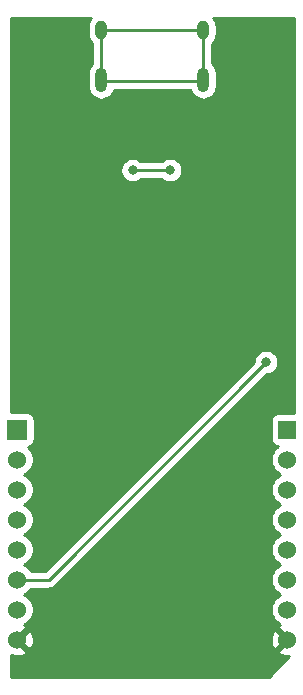
<source format=gbr>
G04 #@! TF.GenerationSoftware,KiCad,Pcbnew,(5.1.9-0-10_14)*
G04 #@! TF.CreationDate,2021-03-02T20:08:02+08:00*
G04 #@! TF.ProjectId,mikroBUS-L,6d696b72-6f42-4555-932d-4c2e6b696361,rev?*
G04 #@! TF.SameCoordinates,Original*
G04 #@! TF.FileFunction,Copper,L2,Bot*
G04 #@! TF.FilePolarity,Positive*
%FSLAX46Y46*%
G04 Gerber Fmt 4.6, Leading zero omitted, Abs format (unit mm)*
G04 Created by KiCad (PCBNEW (5.1.9-0-10_14)) date 2021-03-02 20:08:02*
%MOMM*%
%LPD*%
G01*
G04 APERTURE LIST*
G04 #@! TA.AperFunction,ComponentPad*
%ADD10O,1.000000X2.100000*%
G04 #@! TD*
G04 #@! TA.AperFunction,ComponentPad*
%ADD11O,1.000000X1.600000*%
G04 #@! TD*
G04 #@! TA.AperFunction,ComponentPad*
%ADD12R,1.676400X1.676400*%
G04 #@! TD*
G04 #@! TA.AperFunction,ComponentPad*
%ADD13C,1.524000*%
G04 #@! TD*
G04 #@! TA.AperFunction,ComponentPad*
%ADD14R,1.524000X1.524000*%
G04 #@! TD*
G04 #@! TA.AperFunction,ViaPad*
%ADD15C,0.800000*%
G04 #@! TD*
G04 #@! TA.AperFunction,Conductor*
%ADD16C,0.250000*%
G04 #@! TD*
G04 #@! TA.AperFunction,Conductor*
%ADD17C,0.254000*%
G04 #@! TD*
G04 #@! TA.AperFunction,Conductor*
%ADD18C,0.100000*%
G04 #@! TD*
G04 APERTURE END LIST*
D10*
X153160000Y-67392000D03*
X161800000Y-67392000D03*
D11*
X161800000Y-63212000D03*
X153160000Y-63212000D03*
D12*
X146050000Y-97028000D03*
D13*
X146050000Y-99568000D03*
X146050000Y-102108000D03*
X146050000Y-104648000D03*
X146050000Y-107188000D03*
X146050000Y-109728000D03*
X146050000Y-112268000D03*
X146050000Y-114808000D03*
X168910000Y-114808000D03*
X168910000Y-112268000D03*
X168910000Y-109728000D03*
X168910000Y-107188000D03*
X168910000Y-104648000D03*
X168910000Y-102108000D03*
X168910000Y-99568000D03*
D14*
X168910000Y-97028000D03*
D15*
X160147000Y-79121000D03*
X160147000Y-86995000D03*
X161417000Y-69596000D03*
X155829000Y-75057000D03*
X159004004Y-75057000D03*
X167132000Y-91313000D03*
D16*
X153160000Y-63212000D02*
X153160000Y-67392000D01*
X153160000Y-63212000D02*
X161800000Y-63212000D01*
X161800000Y-63212000D02*
X161800000Y-67392000D01*
X161679999Y-67512001D02*
X161800000Y-67392000D01*
X153280001Y-67512001D02*
X161679999Y-67512001D01*
X153160000Y-67392000D02*
X153280001Y-67512001D01*
X155829000Y-75057000D02*
X159004004Y-75057000D01*
X148717000Y-109728000D02*
X167132000Y-91313000D01*
X146050000Y-109728000D02*
X148717000Y-109728000D01*
D17*
X152211717Y-62278377D02*
X152106324Y-62475553D01*
X152041423Y-62689501D01*
X152025000Y-62856248D01*
X152025000Y-63567751D01*
X152041423Y-63734498D01*
X152106324Y-63948446D01*
X152211716Y-64145623D01*
X152353551Y-64318449D01*
X152400000Y-64356569D01*
X152400001Y-65997431D01*
X152353552Y-66035551D01*
X152211717Y-66208377D01*
X152106324Y-66405553D01*
X152041423Y-66619501D01*
X152025000Y-66786248D01*
X152025000Y-67997751D01*
X152041423Y-68164498D01*
X152106324Y-68378446D01*
X152211716Y-68575623D01*
X152353551Y-68748449D01*
X152526377Y-68890284D01*
X152723553Y-68995676D01*
X152937501Y-69060577D01*
X153160000Y-69082491D01*
X153382498Y-69060577D01*
X153596446Y-68995676D01*
X153793623Y-68890284D01*
X153966449Y-68748449D01*
X154108284Y-68575623D01*
X154213676Y-68378447D01*
X154245966Y-68272001D01*
X160714034Y-68272001D01*
X160746324Y-68378446D01*
X160851716Y-68575623D01*
X160993551Y-68748449D01*
X161166377Y-68890284D01*
X161363553Y-68995676D01*
X161577501Y-69060577D01*
X161800000Y-69082491D01*
X162022498Y-69060577D01*
X162236446Y-68995676D01*
X162433623Y-68890284D01*
X162606449Y-68748449D01*
X162748284Y-68575623D01*
X162853676Y-68378447D01*
X162918577Y-68164499D01*
X162935000Y-67997752D01*
X162935000Y-66786248D01*
X162918577Y-66619501D01*
X162853676Y-66405553D01*
X162748284Y-66208377D01*
X162606449Y-66035551D01*
X162560000Y-65997431D01*
X162560000Y-64356569D01*
X162606449Y-64318449D01*
X162748284Y-64145623D01*
X162853676Y-63948447D01*
X162918577Y-63734499D01*
X162935000Y-63567752D01*
X162935000Y-62856249D01*
X162918577Y-62689502D01*
X162853676Y-62475554D01*
X162748284Y-62278377D01*
X162665907Y-62178000D01*
X169470001Y-62178000D01*
X169470000Y-95627928D01*
X168148000Y-95627928D01*
X168023518Y-95640188D01*
X167903820Y-95676498D01*
X167793506Y-95735463D01*
X167696815Y-95814815D01*
X167617463Y-95911506D01*
X167558498Y-96021820D01*
X167522188Y-96141518D01*
X167509928Y-96266000D01*
X167509928Y-97790000D01*
X167522188Y-97914482D01*
X167558498Y-98034180D01*
X167617463Y-98144494D01*
X167696815Y-98241185D01*
X167793506Y-98320537D01*
X167903820Y-98379502D01*
X168023518Y-98415812D01*
X168107465Y-98424080D01*
X168019465Y-98482880D01*
X167824880Y-98677465D01*
X167671995Y-98906273D01*
X167566686Y-99160510D01*
X167513000Y-99430408D01*
X167513000Y-99705592D01*
X167566686Y-99975490D01*
X167671995Y-100229727D01*
X167824880Y-100458535D01*
X168019465Y-100653120D01*
X168248273Y-100806005D01*
X168325515Y-100838000D01*
X168248273Y-100869995D01*
X168019465Y-101022880D01*
X167824880Y-101217465D01*
X167671995Y-101446273D01*
X167566686Y-101700510D01*
X167513000Y-101970408D01*
X167513000Y-102245592D01*
X167566686Y-102515490D01*
X167671995Y-102769727D01*
X167824880Y-102998535D01*
X168019465Y-103193120D01*
X168248273Y-103346005D01*
X168325515Y-103378000D01*
X168248273Y-103409995D01*
X168019465Y-103562880D01*
X167824880Y-103757465D01*
X167671995Y-103986273D01*
X167566686Y-104240510D01*
X167513000Y-104510408D01*
X167513000Y-104785592D01*
X167566686Y-105055490D01*
X167671995Y-105309727D01*
X167824880Y-105538535D01*
X168019465Y-105733120D01*
X168248273Y-105886005D01*
X168325515Y-105918000D01*
X168248273Y-105949995D01*
X168019465Y-106102880D01*
X167824880Y-106297465D01*
X167671995Y-106526273D01*
X167566686Y-106780510D01*
X167513000Y-107050408D01*
X167513000Y-107325592D01*
X167566686Y-107595490D01*
X167671995Y-107849727D01*
X167824880Y-108078535D01*
X168019465Y-108273120D01*
X168248273Y-108426005D01*
X168325515Y-108458000D01*
X168248273Y-108489995D01*
X168019465Y-108642880D01*
X167824880Y-108837465D01*
X167671995Y-109066273D01*
X167566686Y-109320510D01*
X167513000Y-109590408D01*
X167513000Y-109865592D01*
X167566686Y-110135490D01*
X167671995Y-110389727D01*
X167824880Y-110618535D01*
X168019465Y-110813120D01*
X168248273Y-110966005D01*
X168325515Y-110998000D01*
X168248273Y-111029995D01*
X168019465Y-111182880D01*
X167824880Y-111377465D01*
X167671995Y-111606273D01*
X167566686Y-111860510D01*
X167513000Y-112130408D01*
X167513000Y-112405592D01*
X167566686Y-112675490D01*
X167671995Y-112929727D01*
X167824880Y-113158535D01*
X168019465Y-113353120D01*
X168248273Y-113506005D01*
X168319943Y-113535692D01*
X168306977Y-113540364D01*
X168191020Y-113602344D01*
X168124040Y-113842435D01*
X168910000Y-114628395D01*
X168924143Y-114614253D01*
X169103748Y-114793858D01*
X169089605Y-114808000D01*
X169103748Y-114822143D01*
X168924143Y-115001748D01*
X168910000Y-114987605D01*
X168124040Y-115773565D01*
X168191020Y-116013656D01*
X168440048Y-116130756D01*
X168707135Y-116197023D01*
X168982017Y-116209910D01*
X169072714Y-116196249D01*
X167340762Y-117971500D01*
X145490000Y-117971500D01*
X145490000Y-116088413D01*
X145580048Y-116130756D01*
X145847135Y-116197023D01*
X146122017Y-116209910D01*
X146394133Y-116168922D01*
X146653023Y-116075636D01*
X146768980Y-116013656D01*
X146835960Y-115773565D01*
X146050000Y-114987605D01*
X146035858Y-115001748D01*
X145856253Y-114822143D01*
X145870395Y-114808000D01*
X146229605Y-114808000D01*
X147015565Y-115593960D01*
X147255656Y-115526980D01*
X147372756Y-115277952D01*
X147439023Y-115010865D01*
X147445157Y-114880017D01*
X167508090Y-114880017D01*
X167549078Y-115152133D01*
X167642364Y-115411023D01*
X167704344Y-115526980D01*
X167944435Y-115593960D01*
X168730395Y-114808000D01*
X167944435Y-114022040D01*
X167704344Y-114089020D01*
X167587244Y-114338048D01*
X167520977Y-114605135D01*
X167508090Y-114880017D01*
X147445157Y-114880017D01*
X147451910Y-114735983D01*
X147410922Y-114463867D01*
X147317636Y-114204977D01*
X147255656Y-114089020D01*
X147015565Y-114022040D01*
X146229605Y-114808000D01*
X145870395Y-114808000D01*
X145856253Y-114793858D01*
X146035858Y-114614253D01*
X146050000Y-114628395D01*
X146835960Y-113842435D01*
X146768980Y-113602344D01*
X146633240Y-113538515D01*
X146711727Y-113506005D01*
X146940535Y-113353120D01*
X147135120Y-113158535D01*
X147288005Y-112929727D01*
X147393314Y-112675490D01*
X147447000Y-112405592D01*
X147447000Y-112130408D01*
X147393314Y-111860510D01*
X147288005Y-111606273D01*
X147135120Y-111377465D01*
X146940535Y-111182880D01*
X146711727Y-111029995D01*
X146634485Y-110998000D01*
X146711727Y-110966005D01*
X146940535Y-110813120D01*
X147135120Y-110618535D01*
X147222341Y-110488000D01*
X148679678Y-110488000D01*
X148717000Y-110491676D01*
X148754322Y-110488000D01*
X148754333Y-110488000D01*
X148865986Y-110477003D01*
X149009247Y-110433546D01*
X149141276Y-110362974D01*
X149257001Y-110268001D01*
X149280804Y-110238997D01*
X167171802Y-92348000D01*
X167233939Y-92348000D01*
X167433898Y-92308226D01*
X167622256Y-92230205D01*
X167791774Y-92116937D01*
X167935937Y-91972774D01*
X168049205Y-91803256D01*
X168127226Y-91614898D01*
X168167000Y-91414939D01*
X168167000Y-91211061D01*
X168127226Y-91011102D01*
X168049205Y-90822744D01*
X167935937Y-90653226D01*
X167791774Y-90509063D01*
X167622256Y-90395795D01*
X167433898Y-90317774D01*
X167233939Y-90278000D01*
X167030061Y-90278000D01*
X166830102Y-90317774D01*
X166641744Y-90395795D01*
X166472226Y-90509063D01*
X166328063Y-90653226D01*
X166214795Y-90822744D01*
X166136774Y-91011102D01*
X166097000Y-91211061D01*
X166097000Y-91273198D01*
X148402199Y-108968000D01*
X147222341Y-108968000D01*
X147135120Y-108837465D01*
X146940535Y-108642880D01*
X146711727Y-108489995D01*
X146634485Y-108458000D01*
X146711727Y-108426005D01*
X146940535Y-108273120D01*
X147135120Y-108078535D01*
X147288005Y-107849727D01*
X147393314Y-107595490D01*
X147447000Y-107325592D01*
X147447000Y-107050408D01*
X147393314Y-106780510D01*
X147288005Y-106526273D01*
X147135120Y-106297465D01*
X146940535Y-106102880D01*
X146711727Y-105949995D01*
X146634485Y-105918000D01*
X146711727Y-105886005D01*
X146940535Y-105733120D01*
X147135120Y-105538535D01*
X147288005Y-105309727D01*
X147393314Y-105055490D01*
X147447000Y-104785592D01*
X147447000Y-104510408D01*
X147393314Y-104240510D01*
X147288005Y-103986273D01*
X147135120Y-103757465D01*
X146940535Y-103562880D01*
X146711727Y-103409995D01*
X146634485Y-103378000D01*
X146711727Y-103346005D01*
X146940535Y-103193120D01*
X147135120Y-102998535D01*
X147288005Y-102769727D01*
X147393314Y-102515490D01*
X147447000Y-102245592D01*
X147447000Y-101970408D01*
X147393314Y-101700510D01*
X147288005Y-101446273D01*
X147135120Y-101217465D01*
X146940535Y-101022880D01*
X146711727Y-100869995D01*
X146634485Y-100838000D01*
X146711727Y-100806005D01*
X146940535Y-100653120D01*
X147135120Y-100458535D01*
X147288005Y-100229727D01*
X147393314Y-99975490D01*
X147447000Y-99705592D01*
X147447000Y-99430408D01*
X147393314Y-99160510D01*
X147288005Y-98906273D01*
X147135120Y-98677465D01*
X146955317Y-98497662D01*
X147012682Y-98492012D01*
X147132380Y-98455702D01*
X147242694Y-98396737D01*
X147339385Y-98317385D01*
X147418737Y-98220694D01*
X147477702Y-98110380D01*
X147514012Y-97990682D01*
X147526272Y-97866200D01*
X147526272Y-96189800D01*
X147514012Y-96065318D01*
X147477702Y-95945620D01*
X147418737Y-95835306D01*
X147339385Y-95738615D01*
X147242694Y-95659263D01*
X147132380Y-95600298D01*
X147012682Y-95563988D01*
X146888200Y-95551728D01*
X145490000Y-95551728D01*
X145490000Y-74955061D01*
X154794000Y-74955061D01*
X154794000Y-75158939D01*
X154833774Y-75358898D01*
X154911795Y-75547256D01*
X155025063Y-75716774D01*
X155169226Y-75860937D01*
X155338744Y-75974205D01*
X155527102Y-76052226D01*
X155727061Y-76092000D01*
X155930939Y-76092000D01*
X156130898Y-76052226D01*
X156319256Y-75974205D01*
X156488774Y-75860937D01*
X156532711Y-75817000D01*
X158300293Y-75817000D01*
X158344230Y-75860937D01*
X158513748Y-75974205D01*
X158702106Y-76052226D01*
X158902065Y-76092000D01*
X159105943Y-76092000D01*
X159305902Y-76052226D01*
X159494260Y-75974205D01*
X159663778Y-75860937D01*
X159807941Y-75716774D01*
X159921209Y-75547256D01*
X159999230Y-75358898D01*
X160039004Y-75158939D01*
X160039004Y-74955061D01*
X159999230Y-74755102D01*
X159921209Y-74566744D01*
X159807941Y-74397226D01*
X159663778Y-74253063D01*
X159494260Y-74139795D01*
X159305902Y-74061774D01*
X159105943Y-74022000D01*
X158902065Y-74022000D01*
X158702106Y-74061774D01*
X158513748Y-74139795D01*
X158344230Y-74253063D01*
X158300293Y-74297000D01*
X156532711Y-74297000D01*
X156488774Y-74253063D01*
X156319256Y-74139795D01*
X156130898Y-74061774D01*
X155930939Y-74022000D01*
X155727061Y-74022000D01*
X155527102Y-74061774D01*
X155338744Y-74139795D01*
X155169226Y-74253063D01*
X155025063Y-74397226D01*
X154911795Y-74566744D01*
X154833774Y-74755102D01*
X154794000Y-74955061D01*
X145490000Y-74955061D01*
X145490000Y-62178000D01*
X152294094Y-62178000D01*
X152211717Y-62278377D01*
G04 #@! TA.AperFunction,Conductor*
D18*
G36*
X152211717Y-62278377D02*
G01*
X152106324Y-62475553D01*
X152041423Y-62689501D01*
X152025000Y-62856248D01*
X152025000Y-63567751D01*
X152041423Y-63734498D01*
X152106324Y-63948446D01*
X152211716Y-64145623D01*
X152353551Y-64318449D01*
X152400000Y-64356569D01*
X152400001Y-65997431D01*
X152353552Y-66035551D01*
X152211717Y-66208377D01*
X152106324Y-66405553D01*
X152041423Y-66619501D01*
X152025000Y-66786248D01*
X152025000Y-67997751D01*
X152041423Y-68164498D01*
X152106324Y-68378446D01*
X152211716Y-68575623D01*
X152353551Y-68748449D01*
X152526377Y-68890284D01*
X152723553Y-68995676D01*
X152937501Y-69060577D01*
X153160000Y-69082491D01*
X153382498Y-69060577D01*
X153596446Y-68995676D01*
X153793623Y-68890284D01*
X153966449Y-68748449D01*
X154108284Y-68575623D01*
X154213676Y-68378447D01*
X154245966Y-68272001D01*
X160714034Y-68272001D01*
X160746324Y-68378446D01*
X160851716Y-68575623D01*
X160993551Y-68748449D01*
X161166377Y-68890284D01*
X161363553Y-68995676D01*
X161577501Y-69060577D01*
X161800000Y-69082491D01*
X162022498Y-69060577D01*
X162236446Y-68995676D01*
X162433623Y-68890284D01*
X162606449Y-68748449D01*
X162748284Y-68575623D01*
X162853676Y-68378447D01*
X162918577Y-68164499D01*
X162935000Y-67997752D01*
X162935000Y-66786248D01*
X162918577Y-66619501D01*
X162853676Y-66405553D01*
X162748284Y-66208377D01*
X162606449Y-66035551D01*
X162560000Y-65997431D01*
X162560000Y-64356569D01*
X162606449Y-64318449D01*
X162748284Y-64145623D01*
X162853676Y-63948447D01*
X162918577Y-63734499D01*
X162935000Y-63567752D01*
X162935000Y-62856249D01*
X162918577Y-62689502D01*
X162853676Y-62475554D01*
X162748284Y-62278377D01*
X162665907Y-62178000D01*
X169470001Y-62178000D01*
X169470000Y-95627928D01*
X168148000Y-95627928D01*
X168023518Y-95640188D01*
X167903820Y-95676498D01*
X167793506Y-95735463D01*
X167696815Y-95814815D01*
X167617463Y-95911506D01*
X167558498Y-96021820D01*
X167522188Y-96141518D01*
X167509928Y-96266000D01*
X167509928Y-97790000D01*
X167522188Y-97914482D01*
X167558498Y-98034180D01*
X167617463Y-98144494D01*
X167696815Y-98241185D01*
X167793506Y-98320537D01*
X167903820Y-98379502D01*
X168023518Y-98415812D01*
X168107465Y-98424080D01*
X168019465Y-98482880D01*
X167824880Y-98677465D01*
X167671995Y-98906273D01*
X167566686Y-99160510D01*
X167513000Y-99430408D01*
X167513000Y-99705592D01*
X167566686Y-99975490D01*
X167671995Y-100229727D01*
X167824880Y-100458535D01*
X168019465Y-100653120D01*
X168248273Y-100806005D01*
X168325515Y-100838000D01*
X168248273Y-100869995D01*
X168019465Y-101022880D01*
X167824880Y-101217465D01*
X167671995Y-101446273D01*
X167566686Y-101700510D01*
X167513000Y-101970408D01*
X167513000Y-102245592D01*
X167566686Y-102515490D01*
X167671995Y-102769727D01*
X167824880Y-102998535D01*
X168019465Y-103193120D01*
X168248273Y-103346005D01*
X168325515Y-103378000D01*
X168248273Y-103409995D01*
X168019465Y-103562880D01*
X167824880Y-103757465D01*
X167671995Y-103986273D01*
X167566686Y-104240510D01*
X167513000Y-104510408D01*
X167513000Y-104785592D01*
X167566686Y-105055490D01*
X167671995Y-105309727D01*
X167824880Y-105538535D01*
X168019465Y-105733120D01*
X168248273Y-105886005D01*
X168325515Y-105918000D01*
X168248273Y-105949995D01*
X168019465Y-106102880D01*
X167824880Y-106297465D01*
X167671995Y-106526273D01*
X167566686Y-106780510D01*
X167513000Y-107050408D01*
X167513000Y-107325592D01*
X167566686Y-107595490D01*
X167671995Y-107849727D01*
X167824880Y-108078535D01*
X168019465Y-108273120D01*
X168248273Y-108426005D01*
X168325515Y-108458000D01*
X168248273Y-108489995D01*
X168019465Y-108642880D01*
X167824880Y-108837465D01*
X167671995Y-109066273D01*
X167566686Y-109320510D01*
X167513000Y-109590408D01*
X167513000Y-109865592D01*
X167566686Y-110135490D01*
X167671995Y-110389727D01*
X167824880Y-110618535D01*
X168019465Y-110813120D01*
X168248273Y-110966005D01*
X168325515Y-110998000D01*
X168248273Y-111029995D01*
X168019465Y-111182880D01*
X167824880Y-111377465D01*
X167671995Y-111606273D01*
X167566686Y-111860510D01*
X167513000Y-112130408D01*
X167513000Y-112405592D01*
X167566686Y-112675490D01*
X167671995Y-112929727D01*
X167824880Y-113158535D01*
X168019465Y-113353120D01*
X168248273Y-113506005D01*
X168319943Y-113535692D01*
X168306977Y-113540364D01*
X168191020Y-113602344D01*
X168124040Y-113842435D01*
X168910000Y-114628395D01*
X168924143Y-114614253D01*
X169103748Y-114793858D01*
X169089605Y-114808000D01*
X169103748Y-114822143D01*
X168924143Y-115001748D01*
X168910000Y-114987605D01*
X168124040Y-115773565D01*
X168191020Y-116013656D01*
X168440048Y-116130756D01*
X168707135Y-116197023D01*
X168982017Y-116209910D01*
X169072714Y-116196249D01*
X167340762Y-117971500D01*
X145490000Y-117971500D01*
X145490000Y-116088413D01*
X145580048Y-116130756D01*
X145847135Y-116197023D01*
X146122017Y-116209910D01*
X146394133Y-116168922D01*
X146653023Y-116075636D01*
X146768980Y-116013656D01*
X146835960Y-115773565D01*
X146050000Y-114987605D01*
X146035858Y-115001748D01*
X145856253Y-114822143D01*
X145870395Y-114808000D01*
X146229605Y-114808000D01*
X147015565Y-115593960D01*
X147255656Y-115526980D01*
X147372756Y-115277952D01*
X147439023Y-115010865D01*
X147445157Y-114880017D01*
X167508090Y-114880017D01*
X167549078Y-115152133D01*
X167642364Y-115411023D01*
X167704344Y-115526980D01*
X167944435Y-115593960D01*
X168730395Y-114808000D01*
X167944435Y-114022040D01*
X167704344Y-114089020D01*
X167587244Y-114338048D01*
X167520977Y-114605135D01*
X167508090Y-114880017D01*
X147445157Y-114880017D01*
X147451910Y-114735983D01*
X147410922Y-114463867D01*
X147317636Y-114204977D01*
X147255656Y-114089020D01*
X147015565Y-114022040D01*
X146229605Y-114808000D01*
X145870395Y-114808000D01*
X145856253Y-114793858D01*
X146035858Y-114614253D01*
X146050000Y-114628395D01*
X146835960Y-113842435D01*
X146768980Y-113602344D01*
X146633240Y-113538515D01*
X146711727Y-113506005D01*
X146940535Y-113353120D01*
X147135120Y-113158535D01*
X147288005Y-112929727D01*
X147393314Y-112675490D01*
X147447000Y-112405592D01*
X147447000Y-112130408D01*
X147393314Y-111860510D01*
X147288005Y-111606273D01*
X147135120Y-111377465D01*
X146940535Y-111182880D01*
X146711727Y-111029995D01*
X146634485Y-110998000D01*
X146711727Y-110966005D01*
X146940535Y-110813120D01*
X147135120Y-110618535D01*
X147222341Y-110488000D01*
X148679678Y-110488000D01*
X148717000Y-110491676D01*
X148754322Y-110488000D01*
X148754333Y-110488000D01*
X148865986Y-110477003D01*
X149009247Y-110433546D01*
X149141276Y-110362974D01*
X149257001Y-110268001D01*
X149280804Y-110238997D01*
X167171802Y-92348000D01*
X167233939Y-92348000D01*
X167433898Y-92308226D01*
X167622256Y-92230205D01*
X167791774Y-92116937D01*
X167935937Y-91972774D01*
X168049205Y-91803256D01*
X168127226Y-91614898D01*
X168167000Y-91414939D01*
X168167000Y-91211061D01*
X168127226Y-91011102D01*
X168049205Y-90822744D01*
X167935937Y-90653226D01*
X167791774Y-90509063D01*
X167622256Y-90395795D01*
X167433898Y-90317774D01*
X167233939Y-90278000D01*
X167030061Y-90278000D01*
X166830102Y-90317774D01*
X166641744Y-90395795D01*
X166472226Y-90509063D01*
X166328063Y-90653226D01*
X166214795Y-90822744D01*
X166136774Y-91011102D01*
X166097000Y-91211061D01*
X166097000Y-91273198D01*
X148402199Y-108968000D01*
X147222341Y-108968000D01*
X147135120Y-108837465D01*
X146940535Y-108642880D01*
X146711727Y-108489995D01*
X146634485Y-108458000D01*
X146711727Y-108426005D01*
X146940535Y-108273120D01*
X147135120Y-108078535D01*
X147288005Y-107849727D01*
X147393314Y-107595490D01*
X147447000Y-107325592D01*
X147447000Y-107050408D01*
X147393314Y-106780510D01*
X147288005Y-106526273D01*
X147135120Y-106297465D01*
X146940535Y-106102880D01*
X146711727Y-105949995D01*
X146634485Y-105918000D01*
X146711727Y-105886005D01*
X146940535Y-105733120D01*
X147135120Y-105538535D01*
X147288005Y-105309727D01*
X147393314Y-105055490D01*
X147447000Y-104785592D01*
X147447000Y-104510408D01*
X147393314Y-104240510D01*
X147288005Y-103986273D01*
X147135120Y-103757465D01*
X146940535Y-103562880D01*
X146711727Y-103409995D01*
X146634485Y-103378000D01*
X146711727Y-103346005D01*
X146940535Y-103193120D01*
X147135120Y-102998535D01*
X147288005Y-102769727D01*
X147393314Y-102515490D01*
X147447000Y-102245592D01*
X147447000Y-101970408D01*
X147393314Y-101700510D01*
X147288005Y-101446273D01*
X147135120Y-101217465D01*
X146940535Y-101022880D01*
X146711727Y-100869995D01*
X146634485Y-100838000D01*
X146711727Y-100806005D01*
X146940535Y-100653120D01*
X147135120Y-100458535D01*
X147288005Y-100229727D01*
X147393314Y-99975490D01*
X147447000Y-99705592D01*
X147447000Y-99430408D01*
X147393314Y-99160510D01*
X147288005Y-98906273D01*
X147135120Y-98677465D01*
X146955317Y-98497662D01*
X147012682Y-98492012D01*
X147132380Y-98455702D01*
X147242694Y-98396737D01*
X147339385Y-98317385D01*
X147418737Y-98220694D01*
X147477702Y-98110380D01*
X147514012Y-97990682D01*
X147526272Y-97866200D01*
X147526272Y-96189800D01*
X147514012Y-96065318D01*
X147477702Y-95945620D01*
X147418737Y-95835306D01*
X147339385Y-95738615D01*
X147242694Y-95659263D01*
X147132380Y-95600298D01*
X147012682Y-95563988D01*
X146888200Y-95551728D01*
X145490000Y-95551728D01*
X145490000Y-74955061D01*
X154794000Y-74955061D01*
X154794000Y-75158939D01*
X154833774Y-75358898D01*
X154911795Y-75547256D01*
X155025063Y-75716774D01*
X155169226Y-75860937D01*
X155338744Y-75974205D01*
X155527102Y-76052226D01*
X155727061Y-76092000D01*
X155930939Y-76092000D01*
X156130898Y-76052226D01*
X156319256Y-75974205D01*
X156488774Y-75860937D01*
X156532711Y-75817000D01*
X158300293Y-75817000D01*
X158344230Y-75860937D01*
X158513748Y-75974205D01*
X158702106Y-76052226D01*
X158902065Y-76092000D01*
X159105943Y-76092000D01*
X159305902Y-76052226D01*
X159494260Y-75974205D01*
X159663778Y-75860937D01*
X159807941Y-75716774D01*
X159921209Y-75547256D01*
X159999230Y-75358898D01*
X160039004Y-75158939D01*
X160039004Y-74955061D01*
X159999230Y-74755102D01*
X159921209Y-74566744D01*
X159807941Y-74397226D01*
X159663778Y-74253063D01*
X159494260Y-74139795D01*
X159305902Y-74061774D01*
X159105943Y-74022000D01*
X158902065Y-74022000D01*
X158702106Y-74061774D01*
X158513748Y-74139795D01*
X158344230Y-74253063D01*
X158300293Y-74297000D01*
X156532711Y-74297000D01*
X156488774Y-74253063D01*
X156319256Y-74139795D01*
X156130898Y-74061774D01*
X155930939Y-74022000D01*
X155727061Y-74022000D01*
X155527102Y-74061774D01*
X155338744Y-74139795D01*
X155169226Y-74253063D01*
X155025063Y-74397226D01*
X154911795Y-74566744D01*
X154833774Y-74755102D01*
X154794000Y-74955061D01*
X145490000Y-74955061D01*
X145490000Y-62178000D01*
X152294094Y-62178000D01*
X152211717Y-62278377D01*
G37*
G04 #@! TD.AperFunction*
M02*

</source>
